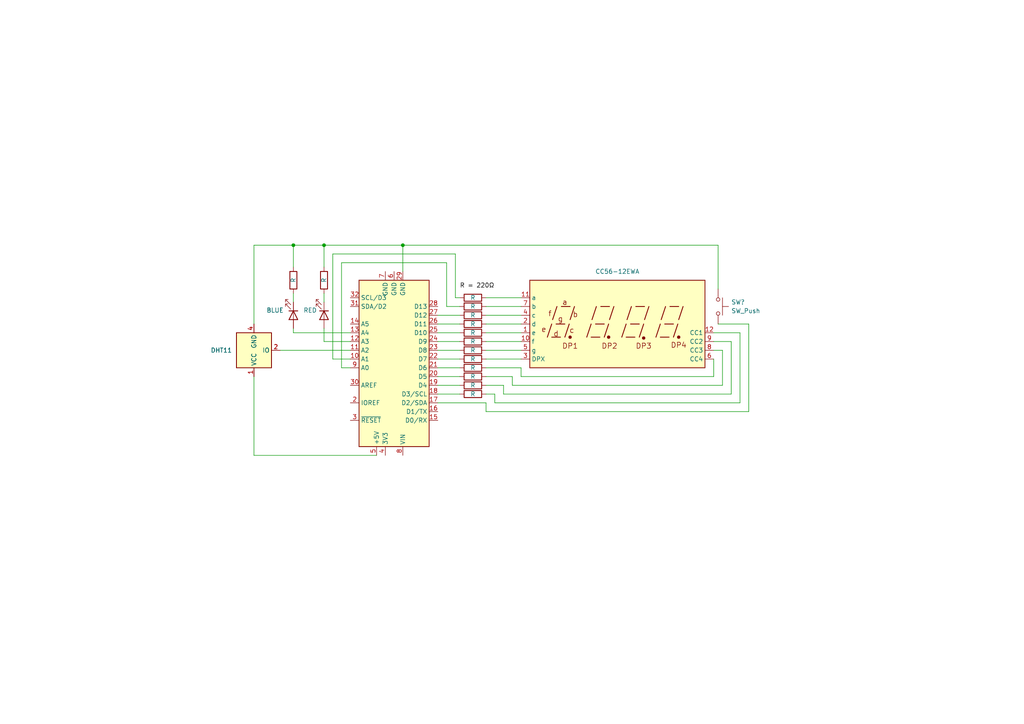
<source format=kicad_sch>
(kicad_sch (version 20211123) (generator eeschema)

  (uuid 63a96ce6-a430-4774-82e1-de571f6507ec)

  (paper "A4")

  (lib_symbols
    (symbol "Device:LED" (pin_numbers hide) (pin_names (offset 1.016) hide) (in_bom yes) (on_board yes)
      (property "Reference" "D" (id 0) (at 0 2.54 0)
        (effects (font (size 1.27 1.27)))
      )
      (property "Value" "LED" (id 1) (at 0 -2.54 0)
        (effects (font (size 1.27 1.27)))
      )
      (property "Footprint" "" (id 2) (at 0 0 0)
        (effects (font (size 1.27 1.27)) hide)
      )
      (property "Datasheet" "~" (id 3) (at 0 0 0)
        (effects (font (size 1.27 1.27)) hide)
      )
      (property "ki_keywords" "LED diode" (id 4) (at 0 0 0)
        (effects (font (size 1.27 1.27)) hide)
      )
      (property "ki_description" "Light emitting diode" (id 5) (at 0 0 0)
        (effects (font (size 1.27 1.27)) hide)
      )
      (property "ki_fp_filters" "LED* LED_SMD:* LED_THT:*" (id 6) (at 0 0 0)
        (effects (font (size 1.27 1.27)) hide)
      )
      (symbol "LED_0_1"
        (polyline
          (pts
            (xy -1.27 -1.27)
            (xy -1.27 1.27)
          )
          (stroke (width 0.254) (type default) (color 0 0 0 0))
          (fill (type none))
        )
        (polyline
          (pts
            (xy -1.27 0)
            (xy 1.27 0)
          )
          (stroke (width 0) (type default) (color 0 0 0 0))
          (fill (type none))
        )
        (polyline
          (pts
            (xy 1.27 -1.27)
            (xy 1.27 1.27)
            (xy -1.27 0)
            (xy 1.27 -1.27)
          )
          (stroke (width 0.254) (type default) (color 0 0 0 0))
          (fill (type none))
        )
        (polyline
          (pts
            (xy -3.048 -0.762)
            (xy -4.572 -2.286)
            (xy -3.81 -2.286)
            (xy -4.572 -2.286)
            (xy -4.572 -1.524)
          )
          (stroke (width 0) (type default) (color 0 0 0 0))
          (fill (type none))
        )
        (polyline
          (pts
            (xy -1.778 -0.762)
            (xy -3.302 -2.286)
            (xy -2.54 -2.286)
            (xy -3.302 -2.286)
            (xy -3.302 -1.524)
          )
          (stroke (width 0) (type default) (color 0 0 0 0))
          (fill (type none))
        )
      )
      (symbol "LED_1_1"
        (pin passive line (at -3.81 0 0) (length 2.54)
          (name "K" (effects (font (size 1.27 1.27))))
          (number "1" (effects (font (size 1.27 1.27))))
        )
        (pin passive line (at 3.81 0 180) (length 2.54)
          (name "A" (effects (font (size 1.27 1.27))))
          (number "2" (effects (font (size 1.27 1.27))))
        )
      )
    )
    (symbol "Device:R" (pin_numbers hide) (pin_names (offset 0)) (in_bom yes) (on_board yes)
      (property "Reference" "R" (id 0) (at 2.032 0 90)
        (effects (font (size 1.27 1.27)))
      )
      (property "Value" "R" (id 1) (at 0 0 90)
        (effects (font (size 1.27 1.27)))
      )
      (property "Footprint" "" (id 2) (at -1.778 0 90)
        (effects (font (size 1.27 1.27)) hide)
      )
      (property "Datasheet" "~" (id 3) (at 0 0 0)
        (effects (font (size 1.27 1.27)) hide)
      )
      (property "ki_keywords" "R res resistor" (id 4) (at 0 0 0)
        (effects (font (size 1.27 1.27)) hide)
      )
      (property "ki_description" "Resistor" (id 5) (at 0 0 0)
        (effects (font (size 1.27 1.27)) hide)
      )
      (property "ki_fp_filters" "R_*" (id 6) (at 0 0 0)
        (effects (font (size 1.27 1.27)) hide)
      )
      (symbol "R_0_1"
        (rectangle (start -1.016 -2.54) (end 1.016 2.54)
          (stroke (width 0.254) (type default) (color 0 0 0 0))
          (fill (type none))
        )
      )
      (symbol "R_1_1"
        (pin passive line (at 0 3.81 270) (length 1.27)
          (name "~" (effects (font (size 1.27 1.27))))
          (number "1" (effects (font (size 1.27 1.27))))
        )
        (pin passive line (at 0 -3.81 90) (length 1.27)
          (name "~" (effects (font (size 1.27 1.27))))
          (number "2" (effects (font (size 1.27 1.27))))
        )
      )
    )
    (symbol "Display_Character:CC56-12EWA" (in_bom yes) (on_board yes)
      (property "Reference" "U" (id 0) (at -24.13 13.97 0)
        (effects (font (size 1.27 1.27)))
      )
      (property "Value" "CC56-12EWA" (id 1) (at 19.05 13.97 0)
        (effects (font (size 1.27 1.27)))
      )
      (property "Footprint" "Display_7Segment:CA56-12EWA" (id 2) (at 0 -15.24 0)
        (effects (font (size 1.27 1.27)) hide)
      )
      (property "Datasheet" "http://www.kingbrightusa.com/images/catalog/SPEC/CA56-12EWA.pdf" (id 3) (at -10.922 0.762 0)
        (effects (font (size 1.27 1.27)) hide)
      )
      (property "ki_keywords" "display LED 7-segment" (id 4) (at 0 0 0)
        (effects (font (size 1.27 1.27)) hide)
      )
      (property "ki_description" "4 digit 7 segment high efficiency red LED, common cathode" (id 5) (at 0 0 0)
        (effects (font (size 1.27 1.27)) hide)
      )
      (property "ki_fp_filters" "*CA56*12EWA*" (id 6) (at 0 0 0)
        (effects (font (size 1.27 1.27)) hide)
      )
      (symbol "CC56-12EWA_0_0"
        (rectangle (start -25.4 12.7) (end 25.4 -12.7)
          (stroke (width 0.254) (type default) (color 0 0 0 0))
          (fill (type background))
        )
        (polyline
          (pts
            (xy -20.32 -3.81)
            (xy -19.05 0)
          )
          (stroke (width 0.254) (type default) (color 0 0 0 0))
          (fill (type none))
        )
        (polyline
          (pts
            (xy -19.05 -3.81)
            (xy -16.51 -3.81)
          )
          (stroke (width 0.254) (type default) (color 0 0 0 0))
          (fill (type none))
        )
        (polyline
          (pts
            (xy -18.796 1.27)
            (xy -17.526 5.08)
          )
          (stroke (width 0.254) (type default) (color 0 0 0 0))
          (fill (type none))
        )
        (polyline
          (pts
            (xy -17.78 0)
            (xy -15.24 0)
          )
          (stroke (width 0.254) (type default) (color 0 0 0 0))
          (fill (type none))
        )
        (polyline
          (pts
            (xy -16.256 5.08)
            (xy -13.716 5.08)
          )
          (stroke (width 0.254) (type default) (color 0 0 0 0))
          (fill (type none))
        )
        (polyline
          (pts
            (xy -15.24 -3.81)
            (xy -13.97 0)
          )
          (stroke (width 0.254) (type default) (color 0 0 0 0))
          (fill (type none))
        )
        (polyline
          (pts
            (xy -13.716 1.27)
            (xy -12.446 5.08)
          )
          (stroke (width 0.254) (type default) (color 0 0 0 0))
          (fill (type none))
        )
        (polyline
          (pts
            (xy -8.89 -3.81)
            (xy -7.62 0)
          )
          (stroke (width 0.254) (type default) (color 0 0 0 0))
          (fill (type none))
        )
        (polyline
          (pts
            (xy -7.62 -3.81)
            (xy -5.08 -3.81)
          )
          (stroke (width 0.254) (type default) (color 0 0 0 0))
          (fill (type none))
        )
        (polyline
          (pts
            (xy -7.366 1.27)
            (xy -6.096 5.08)
          )
          (stroke (width 0.254) (type default) (color 0 0 0 0))
          (fill (type none))
        )
        (polyline
          (pts
            (xy -6.35 0)
            (xy -3.81 0)
          )
          (stroke (width 0.254) (type default) (color 0 0 0 0))
          (fill (type none))
        )
        (polyline
          (pts
            (xy -4.826 5.08)
            (xy -2.286 5.08)
          )
          (stroke (width 0.254) (type default) (color 0 0 0 0))
          (fill (type none))
        )
        (polyline
          (pts
            (xy -3.81 -3.81)
            (xy -2.54 0)
          )
          (stroke (width 0.254) (type default) (color 0 0 0 0))
          (fill (type none))
        )
        (polyline
          (pts
            (xy -2.286 1.27)
            (xy -1.016 5.08)
          )
          (stroke (width 0.254) (type default) (color 0 0 0 0))
          (fill (type none))
        )
        (polyline
          (pts
            (xy 1.27 -3.81)
            (xy 2.54 0)
          )
          (stroke (width 0.254) (type default) (color 0 0 0 0))
          (fill (type none))
        )
        (polyline
          (pts
            (xy 2.54 -3.81)
            (xy 5.08 -3.81)
          )
          (stroke (width 0.254) (type default) (color 0 0 0 0))
          (fill (type none))
        )
        (polyline
          (pts
            (xy 2.794 1.27)
            (xy 4.064 5.08)
          )
          (stroke (width 0.254) (type default) (color 0 0 0 0))
          (fill (type none))
        )
        (polyline
          (pts
            (xy 3.81 0)
            (xy 6.35 0)
          )
          (stroke (width 0.254) (type default) (color 0 0 0 0))
          (fill (type none))
        )
        (polyline
          (pts
            (xy 5.334 5.08)
            (xy 7.874 5.08)
          )
          (stroke (width 0.254) (type default) (color 0 0 0 0))
          (fill (type none))
        )
        (polyline
          (pts
            (xy 6.35 -3.81)
            (xy 7.62 0)
          )
          (stroke (width 0.254) (type default) (color 0 0 0 0))
          (fill (type none))
        )
        (polyline
          (pts
            (xy 7.874 1.27)
            (xy 9.144 5.08)
          )
          (stroke (width 0.254) (type default) (color 0 0 0 0))
          (fill (type none))
        )
        (polyline
          (pts
            (xy 11.176 -3.81)
            (xy 12.446 0)
          )
          (stroke (width 0.254) (type default) (color 0 0 0 0))
          (fill (type none))
        )
        (polyline
          (pts
            (xy 12.446 -3.81)
            (xy 14.986 -3.81)
          )
          (stroke (width 0.254) (type default) (color 0 0 0 0))
          (fill (type none))
        )
        (polyline
          (pts
            (xy 12.7 1.27)
            (xy 13.97 5.08)
          )
          (stroke (width 0.254) (type default) (color 0 0 0 0))
          (fill (type none))
        )
        (polyline
          (pts
            (xy 13.716 0)
            (xy 16.256 0)
          )
          (stroke (width 0.254) (type default) (color 0 0 0 0))
          (fill (type none))
        )
        (polyline
          (pts
            (xy 15.24 5.08)
            (xy 17.78 5.08)
          )
          (stroke (width 0.254) (type default) (color 0 0 0 0))
          (fill (type none))
        )
        (polyline
          (pts
            (xy 16.256 -3.81)
            (xy 17.526 0)
          )
          (stroke (width 0.254) (type default) (color 0 0 0 0))
          (fill (type none))
        )
        (polyline
          (pts
            (xy 17.78 1.27)
            (xy 19.05 5.08)
          )
          (stroke (width 0.254) (type default) (color 0 0 0 0))
          (fill (type none))
        )
        (text "a" (at -15.24 6.35 0)
          (effects (font (size 1.524 1.524)))
        )
        (text "b" (at -12.192 2.794 0)
          (effects (font (size 1.524 1.524)))
        )
        (text "c" (at -13.208 -1.778 0)
          (effects (font (size 1.524 1.524)))
        )
        (text "d" (at -17.78 -2.794 0)
          (effects (font (size 1.524 1.524)))
        )
        (text "DP1" (at -13.716 -6.35 0)
          (effects (font (size 1.524 1.524)))
        )
        (text "DP2" (at -2.286 -6.35 0)
          (effects (font (size 1.524 1.524)))
        )
        (text "DP3" (at 7.62 -6.35 0)
          (effects (font (size 1.524 1.524)))
        )
        (text "DP4" (at 17.78 -6.096 0)
          (effects (font (size 1.524 1.524)))
        )
        (text "e" (at -21.336 -1.524 0)
          (effects (font (size 1.524 1.524)))
        )
        (text "f" (at -19.558 3.048 0)
          (effects (font (size 1.524 1.524)))
        )
        (text "g" (at -16.51 1.524 0)
          (effects (font (size 1.524 1.524)))
        )
      )
      (symbol "CC56-12EWA_0_1"
        (circle (center -13.716 -3.81) (radius 0.3556)
          (stroke (width 0.254) (type default) (color 0 0 0 0))
          (fill (type outline))
        )
        (circle (center -2.54 -3.81) (radius 0.3556)
          (stroke (width 0.254) (type default) (color 0 0 0 0))
          (fill (type outline))
        )
      )
      (symbol "CC56-12EWA_1_0"
        (circle (center 7.62 -4.064) (radius 0.3556)
          (stroke (width 0.254) (type default) (color 0 0 0 0))
          (fill (type outline))
        )
        (circle (center 17.78 -3.81) (radius 0.3556)
          (stroke (width 0.254) (type default) (color 0 0 0 0))
          (fill (type outline))
        )
      )
      (symbol "CC56-12EWA_1_1"
        (pin input line (at -27.94 -2.54 0) (length 2.54)
          (name "e" (effects (font (size 1.27 1.27))))
          (number "1" (effects (font (size 1.27 1.27))))
        )
        (pin input line (at -27.94 -5.08 0) (length 2.54)
          (name "f" (effects (font (size 1.27 1.27))))
          (number "10" (effects (font (size 1.27 1.27))))
        )
        (pin input line (at -27.94 7.62 0) (length 2.54)
          (name "a" (effects (font (size 1.27 1.27))))
          (number "11" (effects (font (size 1.27 1.27))))
        )
        (pin input line (at 27.94 -2.54 180) (length 2.54)
          (name "CC1" (effects (font (size 1.27 1.27))))
          (number "12" (effects (font (size 1.27 1.27))))
        )
        (pin input line (at -27.94 0 0) (length 2.54)
          (name "d" (effects (font (size 1.27 1.27))))
          (number "2" (effects (font (size 1.27 1.27))))
        )
        (pin input line (at -27.94 -10.16 0) (length 2.54)
          (name "DPX" (effects (font (size 1.27 1.27))))
          (number "3" (effects (font (size 1.27 1.27))))
        )
        (pin input line (at -27.94 2.54 0) (length 2.54)
          (name "c" (effects (font (size 1.27 1.27))))
          (number "4" (effects (font (size 1.27 1.27))))
        )
        (pin input line (at -27.94 -7.62 0) (length 2.54)
          (name "g" (effects (font (size 1.27 1.27))))
          (number "5" (effects (font (size 1.27 1.27))))
        )
        (pin input line (at 27.94 -10.16 180) (length 2.54)
          (name "CC4" (effects (font (size 1.27 1.27))))
          (number "6" (effects (font (size 1.27 1.27))))
        )
        (pin input line (at -27.94 5.08 0) (length 2.54)
          (name "b" (effects (font (size 1.27 1.27))))
          (number "7" (effects (font (size 1.27 1.27))))
        )
        (pin input line (at 27.94 -7.62 180) (length 2.54)
          (name "CC3" (effects (font (size 1.27 1.27))))
          (number "8" (effects (font (size 1.27 1.27))))
        )
        (pin input line (at 27.94 -5.08 180) (length 2.54)
          (name "CC2" (effects (font (size 1.27 1.27))))
          (number "9" (effects (font (size 1.27 1.27))))
        )
      )
    )
    (symbol "MCU_Module:Arduino_Leonardo" (in_bom yes) (on_board yes)
      (property "Reference" "A" (id 0) (at -10.16 23.495 0)
        (effects (font (size 1.27 1.27)) (justify left bottom))
      )
      (property "Value" "Arduino_Leonardo" (id 1) (at 5.08 -26.67 0)
        (effects (font (size 1.27 1.27)) (justify left top))
      )
      (property "Footprint" "Module:Arduino_UNO_R3" (id 2) (at 0 0 0)
        (effects (font (size 1.27 1.27) italic) hide)
      )
      (property "Datasheet" "https://www.arduino.cc/en/Main/ArduinoBoardLeonardo" (id 3) (at 0 0 0)
        (effects (font (size 1.27 1.27)) hide)
      )
      (property "ki_keywords" "Arduino LEONARDO Microcontroller Module Atmel AVR USB" (id 4) (at 0 0 0)
        (effects (font (size 1.27 1.27)) hide)
      )
      (property "ki_description" "Arduino LEONARDO Microcontroller Module" (id 5) (at 0 0 0)
        (effects (font (size 1.27 1.27)) hide)
      )
      (property "ki_fp_filters" "Arduino*UNO*R3*" (id 6) (at 0 0 0)
        (effects (font (size 1.27 1.27)) hide)
      )
      (symbol "Arduino_Leonardo_0_1"
        (rectangle (start -10.16 22.86) (end 10.16 -25.4)
          (stroke (width 0.254) (type default) (color 0 0 0 0))
          (fill (type background))
        )
      )
      (symbol "Arduino_Leonardo_1_1"
        (pin no_connect line (at -10.16 -20.32 0) (length 2.54) hide
          (name "NC" (effects (font (size 1.27 1.27))))
          (number "1" (effects (font (size 1.27 1.27))))
        )
        (pin bidirectional line (at 12.7 -2.54 180) (length 2.54)
          (name "A1" (effects (font (size 1.27 1.27))))
          (number "10" (effects (font (size 1.27 1.27))))
        )
        (pin bidirectional line (at 12.7 -5.08 180) (length 2.54)
          (name "A2" (effects (font (size 1.27 1.27))))
          (number "11" (effects (font (size 1.27 1.27))))
        )
        (pin bidirectional line (at 12.7 -7.62 180) (length 2.54)
          (name "A3" (effects (font (size 1.27 1.27))))
          (number "12" (effects (font (size 1.27 1.27))))
        )
        (pin bidirectional line (at 12.7 -10.16 180) (length 2.54)
          (name "A4" (effects (font (size 1.27 1.27))))
          (number "13" (effects (font (size 1.27 1.27))))
        )
        (pin bidirectional line (at 12.7 -12.7 180) (length 2.54)
          (name "A5" (effects (font (size 1.27 1.27))))
          (number "14" (effects (font (size 1.27 1.27))))
        )
        (pin bidirectional line (at -12.7 15.24 0) (length 2.54)
          (name "D0/RX" (effects (font (size 1.27 1.27))))
          (number "15" (effects (font (size 1.27 1.27))))
        )
        (pin bidirectional line (at -12.7 12.7 0) (length 2.54)
          (name "D1/TX" (effects (font (size 1.27 1.27))))
          (number "16" (effects (font (size 1.27 1.27))))
        )
        (pin bidirectional line (at -12.7 10.16 0) (length 2.54)
          (name "D2/SDA" (effects (font (size 1.27 1.27))))
          (number "17" (effects (font (size 1.27 1.27))))
        )
        (pin bidirectional line (at -12.7 7.62 0) (length 2.54)
          (name "D3/SCL" (effects (font (size 1.27 1.27))))
          (number "18" (effects (font (size 1.27 1.27))))
        )
        (pin bidirectional line (at -12.7 5.08 0) (length 2.54)
          (name "D4" (effects (font (size 1.27 1.27))))
          (number "19" (effects (font (size 1.27 1.27))))
        )
        (pin output line (at 12.7 10.16 180) (length 2.54)
          (name "IOREF" (effects (font (size 1.27 1.27))))
          (number "2" (effects (font (size 1.27 1.27))))
        )
        (pin bidirectional line (at -12.7 2.54 0) (length 2.54)
          (name "D5" (effects (font (size 1.27 1.27))))
          (number "20" (effects (font (size 1.27 1.27))))
        )
        (pin bidirectional line (at -12.7 0 0) (length 2.54)
          (name "D6" (effects (font (size 1.27 1.27))))
          (number "21" (effects (font (size 1.27 1.27))))
        )
        (pin bidirectional line (at -12.7 -2.54 0) (length 2.54)
          (name "D7" (effects (font (size 1.27 1.27))))
          (number "22" (effects (font (size 1.27 1.27))))
        )
        (pin bidirectional line (at -12.7 -5.08 0) (length 2.54)
          (name "D8" (effects (font (size 1.27 1.27))))
          (number "23" (effects (font (size 1.27 1.27))))
        )
        (pin bidirectional line (at -12.7 -7.62 0) (length 2.54)
          (name "D9" (effects (font (size 1.27 1.27))))
          (number "24" (effects (font (size 1.27 1.27))))
        )
        (pin bidirectional line (at -12.7 -10.16 0) (length 2.54)
          (name "D10" (effects (font (size 1.27 1.27))))
          (number "25" (effects (font (size 1.27 1.27))))
        )
        (pin bidirectional line (at -12.7 -12.7 0) (length 2.54)
          (name "D11" (effects (font (size 1.27 1.27))))
          (number "26" (effects (font (size 1.27 1.27))))
        )
        (pin bidirectional line (at -12.7 -15.24 0) (length 2.54)
          (name "D12" (effects (font (size 1.27 1.27))))
          (number "27" (effects (font (size 1.27 1.27))))
        )
        (pin bidirectional line (at -12.7 -17.78 0) (length 2.54)
          (name "D13" (effects (font (size 1.27 1.27))))
          (number "28" (effects (font (size 1.27 1.27))))
        )
        (pin power_in line (at -2.54 -27.94 90) (length 2.54)
          (name "GND" (effects (font (size 1.27 1.27))))
          (number "29" (effects (font (size 1.27 1.27))))
        )
        (pin input line (at 12.7 15.24 180) (length 2.54)
          (name "~{RESET}" (effects (font (size 1.27 1.27))))
          (number "3" (effects (font (size 1.27 1.27))))
        )
        (pin input line (at 12.7 5.08 180) (length 2.54)
          (name "AREF" (effects (font (size 1.27 1.27))))
          (number "30" (effects (font (size 1.27 1.27))))
        )
        (pin bidirectional line (at 12.7 -17.78 180) (length 2.54)
          (name "SDA/D2" (effects (font (size 1.27 1.27))))
          (number "31" (effects (font (size 1.27 1.27))))
        )
        (pin bidirectional line (at 12.7 -20.32 180) (length 2.54)
          (name "SCL/D3" (effects (font (size 1.27 1.27))))
          (number "32" (effects (font (size 1.27 1.27))))
        )
        (pin power_out line (at 2.54 25.4 270) (length 2.54)
          (name "3V3" (effects (font (size 1.27 1.27))))
          (number "4" (effects (font (size 1.27 1.27))))
        )
        (pin power_out line (at 5.08 25.4 270) (length 2.54)
          (name "+5V" (effects (font (size 1.27 1.27))))
          (number "5" (effects (font (size 1.27 1.27))))
        )
        (pin power_in line (at 0 -27.94 90) (length 2.54)
          (name "GND" (effects (font (size 1.27 1.27))))
          (number "6" (effects (font (size 1.27 1.27))))
        )
        (pin power_in line (at 2.54 -27.94 90) (length 2.54)
          (name "GND" (effects (font (size 1.27 1.27))))
          (number "7" (effects (font (size 1.27 1.27))))
        )
        (pin power_in line (at -2.54 25.4 270) (length 2.54)
          (name "VIN" (effects (font (size 1.27 1.27))))
          (number "8" (effects (font (size 1.27 1.27))))
        )
        (pin bidirectional line (at 12.7 0 180) (length 2.54)
          (name "A0" (effects (font (size 1.27 1.27))))
          (number "9" (effects (font (size 1.27 1.27))))
        )
      )
    )
    (symbol "Sensor:DHT11" (in_bom yes) (on_board yes)
      (property "Reference" "U" (id 0) (at -3.81 6.35 0)
        (effects (font (size 1.27 1.27)))
      )
      (property "Value" "DHT11" (id 1) (at 3.81 6.35 0)
        (effects (font (size 1.27 1.27)))
      )
      (property "Footprint" "Sensor:Aosong_DHT11_5.5x12.0_P2.54mm" (id 2) (at 0 -10.16 0)
        (effects (font (size 1.27 1.27)) hide)
      )
      (property "Datasheet" "http://akizukidenshi.com/download/ds/aosong/DHT11.pdf" (id 3) (at 3.81 6.35 0)
        (effects (font (size 1.27 1.27)) hide)
      )
      (property "ki_keywords" "Digital temperature humidity sensor" (id 4) (at 0 0 0)
        (effects (font (size 1.27 1.27)) hide)
      )
      (property "ki_description" "Temperature and humidity module" (id 5) (at 0 0 0)
        (effects (font (size 1.27 1.27)) hide)
      )
      (property "ki_fp_filters" "Aosong*DHT11*5.5x12.0*P2.54mm*" (id 6) (at 0 0 0)
        (effects (font (size 1.27 1.27)) hide)
      )
      (symbol "DHT11_0_1"
        (rectangle (start -5.08 5.08) (end 5.08 -5.08)
          (stroke (width 0.254) (type default) (color 0 0 0 0))
          (fill (type background))
        )
      )
      (symbol "DHT11_1_1"
        (pin power_in line (at 0 7.62 270) (length 2.54)
          (name "VCC" (effects (font (size 1.27 1.27))))
          (number "1" (effects (font (size 1.27 1.27))))
        )
        (pin bidirectional line (at 7.62 0 180) (length 2.54)
          (name "IO" (effects (font (size 1.27 1.27))))
          (number "2" (effects (font (size 1.27 1.27))))
        )
        (pin no_connect line (at -5.08 0 0) (length 2.54) hide
          (name "NC" (effects (font (size 1.27 1.27))))
          (number "3" (effects (font (size 1.27 1.27))))
        )
        (pin power_in line (at 0 -7.62 90) (length 2.54)
          (name "GND" (effects (font (size 1.27 1.27))))
          (number "4" (effects (font (size 1.27 1.27))))
        )
      )
    )
    (symbol "Switch:SW_Push" (pin_numbers hide) (pin_names (offset 1.016) hide) (in_bom yes) (on_board yes)
      (property "Reference" "SW" (id 0) (at 1.27 2.54 0)
        (effects (font (size 1.27 1.27)) (justify left))
      )
      (property "Value" "SW_Push" (id 1) (at 0 -1.524 0)
        (effects (font (size 1.27 1.27)))
      )
      (property "Footprint" "" (id 2) (at 0 5.08 0)
        (effects (font (size 1.27 1.27)) hide)
      )
      (property "Datasheet" "~" (id 3) (at 0 5.08 0)
        (effects (font (size 1.27 1.27)) hide)
      )
      (property "ki_keywords" "switch normally-open pushbutton push-button" (id 4) (at 0 0 0)
        (effects (font (size 1.27 1.27)) hide)
      )
      (property "ki_description" "Push button switch, generic, two pins" (id 5) (at 0 0 0)
        (effects (font (size 1.27 1.27)) hide)
      )
      (symbol "SW_Push_0_1"
        (circle (center -2.032 0) (radius 0.508)
          (stroke (width 0) (type default) (color 0 0 0 0))
          (fill (type none))
        )
        (polyline
          (pts
            (xy 0 1.27)
            (xy 0 3.048)
          )
          (stroke (width 0) (type default) (color 0 0 0 0))
          (fill (type none))
        )
        (polyline
          (pts
            (xy 2.54 1.27)
            (xy -2.54 1.27)
          )
          (stroke (width 0) (type default) (color 0 0 0 0))
          (fill (type none))
        )
        (circle (center 2.032 0) (radius 0.508)
          (stroke (width 0) (type default) (color 0 0 0 0))
          (fill (type none))
        )
        (pin passive line (at -5.08 0 0) (length 2.54)
          (name "1" (effects (font (size 1.27 1.27))))
          (number "1" (effects (font (size 1.27 1.27))))
        )
        (pin passive line (at 5.08 0 180) (length 2.54)
          (name "2" (effects (font (size 1.27 1.27))))
          (number "2" (effects (font (size 1.27 1.27))))
        )
      )
    )
  )

  (junction (at 93.98 71.12) (diameter 0) (color 0 0 0 0)
    (uuid 35971c52-e073-466c-91ea-8291306eb889)
  )
  (junction (at 116.84 71.12) (diameter 0) (color 0 0 0 0)
    (uuid c0147e02-6331-4216-8701-65f87a12b7e4)
  )
  (junction (at 85.09 71.12) (diameter 0) (color 0 0 0 0)
    (uuid c5730d95-1719-427b-a6cd-3897be89b65b)
  )

  (wire (pts (xy 101.6 96.52) (xy 85.09 96.52))
    (stroke (width 0) (type default) (color 0 0 0 0))
    (uuid 03473665-29c2-42a8-99ac-0c14b07f478e)
  )
  (wire (pts (xy 140.97 116.84) (xy 127 116.84))
    (stroke (width 0) (type default) (color 0 0 0 0))
    (uuid 09169181-5d48-40c9-bd8a-7ad58e3677ea)
  )
  (wire (pts (xy 140.97 99.06) (xy 151.13 99.06))
    (stroke (width 0) (type default) (color 0 0 0 0))
    (uuid 1310d934-ba6e-49a3-a886-cb74e9e2359e)
  )
  (wire (pts (xy 93.98 85.09) (xy 93.98 87.63))
    (stroke (width 0) (type default) (color 0 0 0 0))
    (uuid 16341bd2-e1f4-49b8-ba45-83981915c47f)
  )
  (wire (pts (xy 99.06 76.2) (xy 129.54 76.2))
    (stroke (width 0) (type default) (color 0 0 0 0))
    (uuid 1a77d912-282f-462d-83c8-665f152888c1)
  )
  (wire (pts (xy 140.97 101.6) (xy 151.13 101.6))
    (stroke (width 0) (type default) (color 0 0 0 0))
    (uuid 1c14fef7-a1b6-40d0-be91-851b37c01dab)
  )
  (wire (pts (xy 217.17 119.38) (xy 140.97 119.38))
    (stroke (width 0) (type default) (color 0 0 0 0))
    (uuid 1ccb305c-f138-44fc-b04f-9ff0deca13ef)
  )
  (wire (pts (xy 208.28 93.98) (xy 217.17 93.98))
    (stroke (width 0) (type default) (color 0 0 0 0))
    (uuid 1f7ad103-3c87-41bc-a901-fd399f3ccd19)
  )
  (wire (pts (xy 127 99.06) (xy 133.35 99.06))
    (stroke (width 0) (type default) (color 0 0 0 0))
    (uuid 29484ad2-9245-4a66-8cf8-1811bc2c1aad)
  )
  (wire (pts (xy 101.6 99.06) (xy 93.98 99.06))
    (stroke (width 0) (type default) (color 0 0 0 0))
    (uuid 2d5c297e-821a-4254-b4be-6cd0e94ecffe)
  )
  (wire (pts (xy 207.01 99.06) (xy 212.09 99.06))
    (stroke (width 0) (type default) (color 0 0 0 0))
    (uuid 37c934c1-b327-472d-a792-76f6b1cd1044)
  )
  (wire (pts (xy 85.09 96.52) (xy 85.09 95.25))
    (stroke (width 0) (type default) (color 0 0 0 0))
    (uuid 3b0ff430-2131-493f-ae7f-7d502c2f230f)
  )
  (wire (pts (xy 143.51 114.3) (xy 143.51 116.84))
    (stroke (width 0) (type default) (color 0 0 0 0))
    (uuid 3b137a19-24ee-47cd-b250-9c127dca7f95)
  )
  (wire (pts (xy 85.09 71.12) (xy 93.98 71.12))
    (stroke (width 0) (type default) (color 0 0 0 0))
    (uuid 3f19d727-8b68-4ae0-afb3-e2e61a85a6a9)
  )
  (wire (pts (xy 207.01 104.14) (xy 207.01 109.22))
    (stroke (width 0) (type default) (color 0 0 0 0))
    (uuid 41a6bf76-70a2-4936-bee1-1a961925d32f)
  )
  (wire (pts (xy 140.97 91.44) (xy 151.13 91.44))
    (stroke (width 0) (type default) (color 0 0 0 0))
    (uuid 45d8e23b-b5a6-4ccb-b69f-d669f552bc4e)
  )
  (wire (pts (xy 207.01 101.6) (xy 209.55 101.6))
    (stroke (width 0) (type default) (color 0 0 0 0))
    (uuid 45fba39d-789e-49b6-a199-6f618ee4a948)
  )
  (wire (pts (xy 116.84 71.12) (xy 208.28 71.12))
    (stroke (width 0) (type default) (color 0 0 0 0))
    (uuid 524d8478-2269-43aa-a8d0-87d9d506fa9b)
  )
  (wire (pts (xy 217.17 93.98) (xy 217.17 119.38))
    (stroke (width 0) (type default) (color 0 0 0 0))
    (uuid 54fb1167-5b3a-4a00-b0f5-e3c0d3cd7250)
  )
  (wire (pts (xy 93.98 99.06) (xy 93.98 95.25))
    (stroke (width 0) (type default) (color 0 0 0 0))
    (uuid 5668cfa8-d845-4a85-889f-ad5f4b7743c6)
  )
  (wire (pts (xy 140.97 104.14) (xy 151.13 104.14))
    (stroke (width 0) (type default) (color 0 0 0 0))
    (uuid 56d864e6-7cb1-486c-bbe8-98b76d3fb020)
  )
  (wire (pts (xy 127 93.98) (xy 133.35 93.98))
    (stroke (width 0) (type default) (color 0 0 0 0))
    (uuid 573a02f3-9348-4585-9d20-8dbc06392532)
  )
  (wire (pts (xy 129.54 88.9) (xy 133.35 88.9))
    (stroke (width 0) (type default) (color 0 0 0 0))
    (uuid 5a636924-ae4d-41eb-9e90-afc2d4fa88e8)
  )
  (wire (pts (xy 116.84 71.12) (xy 116.84 78.74))
    (stroke (width 0) (type default) (color 0 0 0 0))
    (uuid 5d08de65-f220-4826-882a-8a6ec69ee613)
  )
  (wire (pts (xy 96.52 73.66) (xy 96.52 104.14))
    (stroke (width 0) (type default) (color 0 0 0 0))
    (uuid 5d2b596a-0689-4fc3-b7c7-de709d7dfd85)
  )
  (wire (pts (xy 140.97 96.52) (xy 151.13 96.52))
    (stroke (width 0) (type default) (color 0 0 0 0))
    (uuid 6d228242-56bd-4232-9485-8356cfe5b507)
  )
  (wire (pts (xy 127 96.52) (xy 133.35 96.52))
    (stroke (width 0) (type default) (color 0 0 0 0))
    (uuid 725a3a02-5c61-4905-9319-7f3958931fa0)
  )
  (wire (pts (xy 140.97 106.68) (xy 151.13 106.68))
    (stroke (width 0) (type default) (color 0 0 0 0))
    (uuid 75bc3600-b578-4342-8894-d995cd11e0d7)
  )
  (wire (pts (xy 127 109.22) (xy 133.35 109.22))
    (stroke (width 0) (type default) (color 0 0 0 0))
    (uuid 7cc96ad2-e6be-4a65-b71d-89104df04677)
  )
  (wire (pts (xy 132.08 86.36) (xy 132.08 73.66))
    (stroke (width 0) (type default) (color 0 0 0 0))
    (uuid 7eddb884-8887-4df6-88d4-75e6a1edc9c0)
  )
  (wire (pts (xy 151.13 106.68) (xy 151.13 109.22))
    (stroke (width 0) (type default) (color 0 0 0 0))
    (uuid 804a1d52-c3cb-4679-a9da-91105a7125c8)
  )
  (wire (pts (xy 73.66 71.12) (xy 73.66 93.98))
    (stroke (width 0) (type default) (color 0 0 0 0))
    (uuid 8284c036-3641-4049-8dae-4171dba41d3c)
  )
  (wire (pts (xy 140.97 86.36) (xy 151.13 86.36))
    (stroke (width 0) (type default) (color 0 0 0 0))
    (uuid 82c1d362-113d-4333-ab57-c17d7e7298b3)
  )
  (wire (pts (xy 146.05 111.76) (xy 146.05 114.3))
    (stroke (width 0) (type default) (color 0 0 0 0))
    (uuid 85855d7a-849a-46cb-81de-89244368716c)
  )
  (wire (pts (xy 140.97 109.22) (xy 148.59 109.22))
    (stroke (width 0) (type default) (color 0 0 0 0))
    (uuid 859280fd-55b6-4995-b310-ed45e3ed1aa0)
  )
  (wire (pts (xy 140.97 114.3) (xy 143.51 114.3))
    (stroke (width 0) (type default) (color 0 0 0 0))
    (uuid 8dc7c220-ea50-42ad-b899-b6a1030f0e69)
  )
  (wire (pts (xy 133.35 86.36) (xy 132.08 86.36))
    (stroke (width 0) (type default) (color 0 0 0 0))
    (uuid 8f316ade-a956-4f06-b8b4-ff4953f47ba5)
  )
  (wire (pts (xy 208.28 83.82) (xy 208.28 71.12))
    (stroke (width 0) (type default) (color 0 0 0 0))
    (uuid 911f93c7-0487-47ed-8a22-00ad11987924)
  )
  (wire (pts (xy 93.98 71.12) (xy 93.98 77.47))
    (stroke (width 0) (type default) (color 0 0 0 0))
    (uuid 954314a6-3524-4c2e-a916-dcc4ecd84bc8)
  )
  (wire (pts (xy 127 111.76) (xy 133.35 111.76))
    (stroke (width 0) (type default) (color 0 0 0 0))
    (uuid 96aa6dd3-ac87-4461-b4e6-d7291d5f0324)
  )
  (wire (pts (xy 99.06 76.2) (xy 99.06 106.68))
    (stroke (width 0) (type default) (color 0 0 0 0))
    (uuid 9907a234-ff4f-4865-bc12-468eef16adb4)
  )
  (wire (pts (xy 140.97 119.38) (xy 140.97 116.84))
    (stroke (width 0) (type default) (color 0 0 0 0))
    (uuid 99e8ab77-9e1a-4eeb-bd68-0caa97c092fa)
  )
  (wire (pts (xy 96.52 104.14) (xy 101.6 104.14))
    (stroke (width 0) (type default) (color 0 0 0 0))
    (uuid 9abe0012-ac6c-47f7-a39e-0a91514e578f)
  )
  (wire (pts (xy 73.66 132.08) (xy 73.66 109.22))
    (stroke (width 0) (type default) (color 0 0 0 0))
    (uuid 9f3c094b-9d9d-4c3e-84c9-3703f449eeb4)
  )
  (wire (pts (xy 127 91.44) (xy 133.35 91.44))
    (stroke (width 0) (type default) (color 0 0 0 0))
    (uuid a3b4254c-3fd3-439c-8f09-a22d1a896a34)
  )
  (wire (pts (xy 109.22 132.08) (xy 73.66 132.08))
    (stroke (width 0) (type default) (color 0 0 0 0))
    (uuid a3d1b28a-848e-4058-92f0-4a62cc42fc94)
  )
  (wire (pts (xy 93.98 71.12) (xy 116.84 71.12))
    (stroke (width 0) (type default) (color 0 0 0 0))
    (uuid a9d57ee6-cc5d-4fd2-8bd9-5ccb9f47003f)
  )
  (wire (pts (xy 127 106.68) (xy 133.35 106.68))
    (stroke (width 0) (type default) (color 0 0 0 0))
    (uuid af900592-260a-4498-b2b4-782c762bf5c1)
  )
  (wire (pts (xy 214.63 96.52) (xy 214.63 116.84))
    (stroke (width 0) (type default) (color 0 0 0 0))
    (uuid b0d0785a-559e-4f4f-a788-4540937c5fba)
  )
  (wire (pts (xy 127 114.3) (xy 133.35 114.3))
    (stroke (width 0) (type default) (color 0 0 0 0))
    (uuid b1a105d7-3993-447c-a289-28e01d0c87d6)
  )
  (wire (pts (xy 209.55 101.6) (xy 209.55 111.76))
    (stroke (width 0) (type default) (color 0 0 0 0))
    (uuid ba0ed7df-9880-4865-87e9-844a1159868f)
  )
  (wire (pts (xy 143.51 116.84) (xy 214.63 116.84))
    (stroke (width 0) (type default) (color 0 0 0 0))
    (uuid bdd97da3-9eb4-4e61-950b-d702fce6af6f)
  )
  (wire (pts (xy 81.28 101.6) (xy 101.6 101.6))
    (stroke (width 0) (type default) (color 0 0 0 0))
    (uuid c1d70e9f-e29f-425b-86e3-995152d758d1)
  )
  (wire (pts (xy 207.01 96.52) (xy 214.63 96.52))
    (stroke (width 0) (type default) (color 0 0 0 0))
    (uuid c30faf1b-ac25-4bfb-bfb5-3f55bdd0d4ed)
  )
  (wire (pts (xy 99.06 106.68) (xy 101.6 106.68))
    (stroke (width 0) (type default) (color 0 0 0 0))
    (uuid c886fc18-dcd3-4406-83f0-eb56b58eb1b1)
  )
  (wire (pts (xy 140.97 111.76) (xy 146.05 111.76))
    (stroke (width 0) (type default) (color 0 0 0 0))
    (uuid c92e7156-9cb1-4de0-b9c9-694310d0a4ae)
  )
  (wire (pts (xy 212.09 99.06) (xy 212.09 114.3))
    (stroke (width 0) (type default) (color 0 0 0 0))
    (uuid d2a8db64-2dd8-4439-8244-df7452ab86f2)
  )
  (wire (pts (xy 151.13 109.22) (xy 207.01 109.22))
    (stroke (width 0) (type default) (color 0 0 0 0))
    (uuid d6a9472e-f656-41c9-98e7-c6105f90297b)
  )
  (wire (pts (xy 127 101.6) (xy 133.35 101.6))
    (stroke (width 0) (type default) (color 0 0 0 0))
    (uuid dcab8c59-9199-4a4b-8ad1-ae4fd52ff09e)
  )
  (wire (pts (xy 140.97 88.9) (xy 151.13 88.9))
    (stroke (width 0) (type default) (color 0 0 0 0))
    (uuid dd25c339-adae-4fa3-9b11-9fc5f6e71e1d)
  )
  (wire (pts (xy 148.59 111.76) (xy 209.55 111.76))
    (stroke (width 0) (type default) (color 0 0 0 0))
    (uuid e615c3eb-7203-4602-845e-7aaa07caee94)
  )
  (wire (pts (xy 146.05 114.3) (xy 212.09 114.3))
    (stroke (width 0) (type default) (color 0 0 0 0))
    (uuid e6943d5d-c1e8-4a7c-88f9-474176060422)
  )
  (wire (pts (xy 85.09 71.12) (xy 85.09 77.47))
    (stroke (width 0) (type default) (color 0 0 0 0))
    (uuid e8b2540f-76de-43b9-b93d-7c8c7d6f2a24)
  )
  (wire (pts (xy 148.59 109.22) (xy 148.59 111.76))
    (stroke (width 0) (type default) (color 0 0 0 0))
    (uuid e9d00a54-a13f-4fdc-8539-224b06cce6e7)
  )
  (wire (pts (xy 85.09 85.09) (xy 85.09 87.63))
    (stroke (width 0) (type default) (color 0 0 0 0))
    (uuid eb415bb7-d2cd-4061-8cee-5a0637d36b1e)
  )
  (wire (pts (xy 129.54 76.2) (xy 129.54 88.9))
    (stroke (width 0) (type default) (color 0 0 0 0))
    (uuid f41b3c36-4b05-4fa4-a06b-fce0e2ea6820)
  )
  (wire (pts (xy 127 104.14) (xy 133.35 104.14))
    (stroke (width 0) (type default) (color 0 0 0 0))
    (uuid f722e7d6-f6d5-45e9-8d43-7f23eaf1a8fd)
  )
  (wire (pts (xy 73.66 71.12) (xy 85.09 71.12))
    (stroke (width 0) (type default) (color 0 0 0 0))
    (uuid f90480ca-4824-4ed6-825b-bc74b8c738a9)
  )
  (wire (pts (xy 140.97 93.98) (xy 151.13 93.98))
    (stroke (width 0) (type default) (color 0 0 0 0))
    (uuid fa6f204a-b581-4180-99ad-057e01399b54)
  )
  (wire (pts (xy 96.52 73.66) (xy 132.08 73.66))
    (stroke (width 0) (type default) (color 0 0 0 0))
    (uuid fb6dbca2-4e0d-424a-9390-e2258593d62c)
  )

  (label "R = 220Ω" (at 133.35 83.82 0)
    (effects (font (size 1.27 1.27)) (justify left bottom))
    (uuid c2b1b7f9-e5b5-416a-97df-1efaf49a5f87)
  )

  (symbol (lib_id "Device:R") (at 137.16 104.14 90) (unit 1)
    (in_bom yes) (on_board yes)
    (uuid 1ebfffc8-0bca-4e40-aec7-501ef1ae44b8)
    (property "Reference" "220Ω?" (id 0) (at 137.16 104.13 90)
      (effects (font (size 1.27 1.27)) hide)
    )
    (property "Value" "R" (id 1) (at 137.16 104.14 90))
    (property "Footprint" "" (id 2) (at 137.16 105.918 90)
      (effects (font (size 1.27 1.27)) hide)
    )
    (property "Datasheet" "~" (id 3) (at 137.16 104.14 0)
      (effects (font (size 1.27 1.27)) hide)
    )
    (pin "1" (uuid 20248b66-6c92-4a7f-9401-94e2aef267a9))
    (pin "2" (uuid ceccf5d1-c306-4bcb-b575-0fdf6f37aa76))
  )

  (symbol (lib_id "Device:LED") (at 85.09 91.44 270) (unit 1)
    (in_bom yes) (on_board yes)
    (uuid 2e6a85c2-a798-4d6e-85d8-77bdc6a27419)
    (property "Reference" "BLUE" (id 0) (at 77.27 90 90)
      (effects (font (size 1.27 1.27)) (justify left))
    )
    (property "Value" "LED" (id 1) (at 87.63 89.8524 90)
      (effects (font (size 1.27 1.27)) (justify left) hide)
    )
    (property "Footprint" "" (id 2) (at 85.09 91.44 0)
      (effects (font (size 1.27 1.27)) hide)
    )
    (property "Datasheet" "~" (id 3) (at 85.09 91.44 0)
      (effects (font (size 1.27 1.27)) hide)
    )
    (pin "1" (uuid f4328582-b0b6-4cb7-9469-8a4eba91395a))
    (pin "2" (uuid 2796f870-63a3-4439-b732-312dde2e4210))
  )

  (symbol (lib_id "Device:R") (at 137.16 111.76 90) (unit 1)
    (in_bom yes) (on_board yes)
    (uuid 31a1c8ed-905c-4ad3-a210-959af05cab22)
    (property "Reference" "220Ω?" (id 0) (at 137.16 111.75 90)
      (effects (font (size 1.27 1.27)) hide)
    )
    (property "Value" "R" (id 1) (at 137.16 111.75 90))
    (property "Footprint" "" (id 2) (at 137.16 113.538 90)
      (effects (font (size 1.27 1.27)) hide)
    )
    (property "Datasheet" "~" (id 3) (at 137.16 111.76 0)
      (effects (font (size 1.27 1.27)) hide)
    )
    (pin "1" (uuid 79084d24-1864-45c5-8858-a46120d6a3c7))
    (pin "2" (uuid 11add2e0-b838-46fc-9c2f-1f80c7a399aa))
  )

  (symbol (lib_id "Device:R") (at 93.98 81.28 180) (unit 1)
    (in_bom yes) (on_board yes)
    (uuid 33fb35a8-1ff9-4abc-acdc-9a254e2b90ab)
    (property "Reference" "220Ω?" (id 0) (at 93.97 81.28 90)
      (effects (font (size 1.27 1.27)) hide)
    )
    (property "Value" "R" (id 1) (at 93.97 81.28 90))
    (property "Footprint" "" (id 2) (at 95.758 81.28 90)
      (effects (font (size 1.27 1.27)) hide)
    )
    (property "Datasheet" "~" (id 3) (at 93.98 81.28 0)
      (effects (font (size 1.27 1.27)) hide)
    )
    (pin "1" (uuid 2f38cb3c-284c-4c6a-95d3-b01db3a51658))
    (pin "2" (uuid 1912de0e-034d-4e31-99f5-0857061a4d27))
  )

  (symbol (lib_id "Device:R") (at 85.09 81.28 180) (unit 1)
    (in_bom yes) (on_board yes)
    (uuid 3622d2d9-09cd-43c1-bceb-9c1aea1e256e)
    (property "Reference" "220Ω?" (id 0) (at 85.08 81.28 90)
      (effects (font (size 1.27 1.27)) hide)
    )
    (property "Value" "R" (id 1) (at 85.08 81.28 90))
    (property "Footprint" "" (id 2) (at 86.868 81.28 90)
      (effects (font (size 1.27 1.27)) hide)
    )
    (property "Datasheet" "~" (id 3) (at 85.09 81.28 0)
      (effects (font (size 1.27 1.27)) hide)
    )
    (pin "1" (uuid 633f2801-50ca-49fd-84cc-5f91b9de9845))
    (pin "2" (uuid f2a674fc-f85f-4be1-a26b-f8188f3538fc))
  )

  (symbol (lib_id "Device:R") (at 137.16 109.22 90) (unit 1)
    (in_bom yes) (on_board yes)
    (uuid 366a0a06-7eb3-4c25-b64f-990b079b91fb)
    (property "Reference" "220Ω?" (id 0) (at 137.16 109.21 90)
      (effects (font (size 1.27 1.27)) hide)
    )
    (property "Value" "R" (id 1) (at 137.16 109.21 90))
    (property "Footprint" "" (id 2) (at 137.16 110.998 90)
      (effects (font (size 1.27 1.27)) hide)
    )
    (property "Datasheet" "~" (id 3) (at 137.16 109.22 0)
      (effects (font (size 1.27 1.27)) hide)
    )
    (pin "1" (uuid 81383918-45ef-4060-84ea-8f7027454043))
    (pin "2" (uuid fd83f808-d474-4a3f-b9a2-19c476640f2b))
  )

  (symbol (lib_id "Switch:SW_Push") (at 208.28 88.9 270) (unit 1)
    (in_bom yes) (on_board yes)
    (uuid 4cee11e2-fc9a-4878-8a72-301501fcf9d6)
    (property "Reference" "SW?" (id 0) (at 212.09 87.6299 90)
      (effects (font (size 1.27 1.27)) (justify left))
    )
    (property "Value" "SW_Push" (id 1) (at 212.09 90.1699 90)
      (effects (font (size 1.27 1.27)) (justify left))
    )
    (property "Footprint" "" (id 2) (at 213.36 88.9 0)
      (effects (font (size 1.27 1.27)) hide)
    )
    (property "Datasheet" "~" (id 3) (at 213.36 88.9 0)
      (effects (font (size 1.27 1.27)) hide)
    )
    (pin "1" (uuid dfff191f-c7bf-4cf2-8556-303ab4cf42ab))
    (pin "2" (uuid 258c6d7e-4c39-4a3f-9d4a-433c3e76174a))
  )

  (symbol (lib_id "Device:R") (at 137.16 106.68 90) (unit 1)
    (in_bom yes) (on_board yes)
    (uuid 55de9378-9b6a-411d-af96-b52c67fa6d8c)
    (property "Reference" "220Ω?" (id 0) (at 137.16 106.67 90)
      (effects (font (size 1.27 1.27)) hide)
    )
    (property "Value" "R" (id 1) (at 137.16 106.67 90))
    (property "Footprint" "" (id 2) (at 137.16 108.458 90)
      (effects (font (size 1.27 1.27)) hide)
    )
    (property "Datasheet" "~" (id 3) (at 137.16 106.68 0)
      (effects (font (size 1.27 1.27)) hide)
    )
    (pin "1" (uuid e15df8df-7cc1-4ee2-8d8f-582851ad5b59))
    (pin "2" (uuid 5056e4c8-3adf-453b-a437-eead78004d5c))
  )

  (symbol (lib_id "Sensor:DHT11") (at 73.66 101.6 0) (mirror x) (unit 1)
    (in_bom yes) (on_board yes) (fields_autoplaced)
    (uuid 56490571-269e-4f41-9a61-b7f6ab6529e6)
    (property "Reference" "U?" (id 0) (at 67.31 100.3299 0)
      (effects (font (size 1.27 1.27)) (justify right) hide)
    )
    (property "Value" "DHT11" (id 1) (at 67.31 101.5999 0)
      (effects (font (size 1.27 1.27)) (justify right))
    )
    (property "Footprint" "Sensor:Aosong_DHT11_5.5x12.0_P2.54mm" (id 2) (at 73.66 91.44 0)
      (effects (font (size 1.27 1.27)) hide)
    )
    (property "Datasheet" "http://akizukidenshi.com/download/ds/aosong/DHT11.pdf" (id 3) (at 77.47 107.95 0)
      (effects (font (size 1.27 1.27)) hide)
    )
    (pin "1" (uuid 243fa507-c6de-4eef-8fe6-04ee11fe6e86))
    (pin "2" (uuid 0e7f4395-6a32-4ff9-a4c0-a3e5cee72590))
    (pin "3" (uuid 0144f3dd-2f3e-4fd0-be21-20504da4776b))
    (pin "4" (uuid d7dfbca8-e367-41b6-a3e8-029b0a4752c8))
  )

  (symbol (lib_id "Device:R") (at 137.16 114.3 90) (unit 1)
    (in_bom yes) (on_board yes)
    (uuid 71a18238-f05d-4f34-8dde-0f0dbdd5be91)
    (property "Reference" "220Ω?" (id 0) (at 137.16 114.29 90)
      (effects (font (size 1.27 1.27)) hide)
    )
    (property "Value" "R" (id 1) (at 137.16 114.29 90))
    (property "Footprint" "" (id 2) (at 137.16 116.078 90)
      (effects (font (size 1.27 1.27)) hide)
    )
    (property "Datasheet" "~" (id 3) (at 137.16 114.3 0)
      (effects (font (size 1.27 1.27)) hide)
    )
    (pin "1" (uuid 5952361c-c885-43d7-9dd0-691511d50d21))
    (pin "2" (uuid 4d446714-a7ad-455f-9da2-ccbc24181167))
  )

  (symbol (lib_id "Device:R") (at 137.16 93.98 90) (unit 1)
    (in_bom yes) (on_board yes)
    (uuid 7578ff70-96c8-4a8c-a263-db8eaaaafb05)
    (property "Reference" "220Ω?" (id 0) (at 137.16 93.97 90)
      (effects (font (size 1.27 1.27)) hide)
    )
    (property "Value" "R" (id 1) (at 137.16 93.97 90))
    (property "Footprint" "" (id 2) (at 137.16 95.758 90)
      (effects (font (size 1.27 1.27)) hide)
    )
    (property "Datasheet" "~" (id 3) (at 137.16 93.98 0)
      (effects (font (size 1.27 1.27)) hide)
    )
    (pin "1" (uuid a408830f-4903-4625-bf7e-e892af983e05))
    (pin "2" (uuid 3e1000d9-34d1-4f06-b93a-c7a8fdfee482))
  )

  (symbol (lib_id "Device:R") (at 137.16 101.6 90) (unit 1)
    (in_bom yes) (on_board yes)
    (uuid a0e7596b-2f66-44c0-b911-1de019dd2ae3)
    (property "Reference" "220Ω?" (id 0) (at 137.16 101.59 90)
      (effects (font (size 1.27 1.27)) hide)
    )
    (property "Value" "R" (id 1) (at 137.16 101.59 90))
    (property "Footprint" "" (id 2) (at 137.16 103.378 90)
      (effects (font (size 1.27 1.27)) hide)
    )
    (property "Datasheet" "~" (id 3) (at 137.16 101.6 0)
      (effects (font (size 1.27 1.27)) hide)
    )
    (pin "1" (uuid 7944cb8d-999a-4d53-8fba-34c2f7a78501))
    (pin "2" (uuid 2d6b1ee9-5291-45fe-a502-53d19c47626a))
  )

  (symbol (lib_id "Device:LED") (at 93.98 91.44 270) (unit 1)
    (in_bom yes) (on_board yes)
    (uuid ac2e78e8-4d5c-45ca-9558-0a6b72f5e54e)
    (property "Reference" "RED" (id 0) (at 88 90 90)
      (effects (font (size 1.27 1.27)) (justify left))
    )
    (property "Value" "LED" (id 1) (at 96.52 89.8524 90)
      (effects (font (size 1.27 1.27)) (justify left) hide)
    )
    (property "Footprint" "" (id 2) (at 93.98 91.44 0)
      (effects (font (size 1.27 1.27)) hide)
    )
    (property "Datasheet" "~" (id 3) (at 93.98 91.44 0)
      (effects (font (size 1.27 1.27)) hide)
    )
    (pin "1" (uuid 85a57999-e06d-41ef-927c-eea5d94c4ec4))
    (pin "2" (uuid a23076fa-bd27-409d-8ec1-b404e61b7619))
  )

  (symbol (lib_id "Device:R") (at 137.16 88.9 90) (unit 1)
    (in_bom yes) (on_board yes)
    (uuid aeb89090-17dd-4634-b3ab-4d23007dd01c)
    (property "Reference" "220Ω?" (id 0) (at 137.16 88.89 90)
      (effects (font (size 1.27 1.27)) hide)
    )
    (property "Value" "R" (id 1) (at 137.16 88.89 90))
    (property "Footprint" "" (id 2) (at 137.16 90.678 90)
      (effects (font (size 1.27 1.27)) hide)
    )
    (property "Datasheet" "~" (id 3) (at 137.16 88.9 0)
      (effects (font (size 1.27 1.27)) hide)
    )
    (pin "1" (uuid affa29cb-b1bb-42f0-b578-9a26fd2fbc81))
    (pin "2" (uuid dba41f19-4f50-48e2-a620-b02334a50598))
  )

  (symbol (lib_id "Device:R") (at 137.16 96.52 90) (unit 1)
    (in_bom yes) (on_board yes)
    (uuid b0d278b4-31ed-4782-80ab-fad93ad4b19a)
    (property "Reference" "220Ω?" (id 0) (at 137.16 96.51 90)
      (effects (font (size 1.27 1.27)) hide)
    )
    (property "Value" "R" (id 1) (at 137.16 96.51 90))
    (property "Footprint" "" (id 2) (at 137.16 98.298 90)
      (effects (font (size 1.27 1.27)) hide)
    )
    (property "Datasheet" "~" (id 3) (at 137.16 96.52 0)
      (effects (font (size 1.27 1.27)) hide)
    )
    (pin "1" (uuid 2f57b3fe-fbc8-4a12-8f36-6d8d648c3cbd))
    (pin "2" (uuid 23b785e6-de63-420b-b62f-fbf012acef6b))
  )

  (symbol (lib_id "Display_Character:CC56-12EWA") (at 179.07 93.98 0) (unit 1)
    (in_bom yes) (on_board yes) (fields_autoplaced)
    (uuid b3785730-7e0b-45c5-b62d-867fd7fafba9)
    (property "Reference" "U?" (id 0) (at 179.07 76.2 0)
      (effects (font (size 1.27 1.27)) hide)
    )
    (property "Value" "CC56-12EWA" (id 1) (at 179.07 78.74 0))
    (property "Footprint" "Display_7Segment:CA56-12EWA" (id 2) (at 179.07 109.22 0)
      (effects (font (size 1.27 1.27)) hide)
    )
    (property "Datasheet" "http://www.kingbrightusa.com/images/catalog/SPEC/CA56-12EWA.pdf" (id 3) (at 168.148 93.218 0)
      (effects (font (size 1.27 1.27)) hide)
    )
    (pin "1" (uuid f023d9ed-a49b-4c83-a5dc-d2585e75caea))
    (pin "10" (uuid 772a4e47-6d73-4279-a3aa-dba448dcd9b5))
    (pin "11" (uuid 834dc300-1b6e-418e-8ca4-0d56c9edb908))
    (pin "12" (uuid 601d1ece-8a5c-4e3a-9bb7-38ddb32e669f))
    (pin "2" (uuid 477bc71c-1fd1-43fc-97ba-d034c6679a44))
    (pin "3" (uuid 3a993c9f-62b1-4554-ba01-9a0c5ff7bf8b))
    (pin "4" (uuid 34a64ef4-4765-43f6-91f4-b00fd5dc921f))
    (pin "5" (uuid 33bd41c8-60d2-40c9-92c3-a16dbf831e10))
    (pin "6" (uuid 610b2715-4f48-4843-a602-49bb852463bc))
    (pin "7" (uuid 0fbe6812-a857-4993-a2cb-5c280b2a024d))
    (pin "8" (uuid c490b3ff-e81b-4bb9-99d6-c3d6b9f0bd1b))
    (pin "9" (uuid 7adfbf4a-046a-47d6-833a-1792bd2f8b0e))
  )

  (symbol (lib_id "MCU_Module:Arduino_Leonardo") (at 114.3 106.68 180) (unit 1)
    (in_bom yes) (on_board yes) (fields_autoplaced)
    (uuid cb2f8b75-f7e0-4a38-9120-ddd00127958a)
    (property "Reference" "A?" (id 0) (at 107.2006 134.62 0)
      (effects (font (size 1.27 1.27)) (justify left) hide)
    )
    (property "Value" "Arduino_Leonald(Micro)" (id 1) (at 119.6087 78.74 0)
      (effects (font (size 1.27 1.27)) (justify right) hide)
    )
    (property "Footprint" "Module:Arduino_UNO_R3" (id 2) (at 114.3 106.68 0)
      (effects (font (size 1.27 1.27) italic) hide)
    )
    (property "Datasheet" "https://www.arduino.cc/en/Main/ArduinoBoardLeonardo" (id 3) (at 114.3 106.68 0)
      (effects (font (size 1.27 1.27)) hide)
    )
    (pin "1" (uuid de92ffa8-d95b-471f-9791-6e229121d0d2))
    (pin "10" (uuid c4e0c923-ea89-421c-b2b3-c71177319f34))
    (pin "11" (uuid 71b01260-b9b5-440d-8d81-52dc43f6ea21))
    (pin "12" (uuid f4ff1603-9d89-4fb6-b90c-3202edcefc13))
    (pin "13" (uuid ae8f6e4c-44eb-4040-afd9-1dfc1ce87db8))
    (pin "14" (uuid eaf37ba0-b8d7-4100-8c97-03341901aa33))
    (pin "15" (uuid fb17c0b2-a38b-4a1a-b0fc-e01dd0612aac))
    (pin "16" (uuid 2741f9cb-9c81-4456-8db7-4428870f0431))
    (pin "17" (uuid a15c64d2-6073-47f0-89fa-0eab9a32ad9b))
    (pin "18" (uuid faf11757-f299-4c72-963e-d1076ee91652))
    (pin "19" (uuid e72e6fdf-4217-4d0f-b1ae-7fd5c0f6a421))
    (pin "2" (uuid 53bc2560-9464-41db-a2bb-724ae4818af8))
    (pin "20" (uuid 29059fce-6c8b-46cd-a04a-1e03c1af4e7d))
    (pin "21" (uuid 39c1d6f3-2315-49c2-990e-79ea5cf0f2b0))
    (pin "22" (uuid b2f4b384-b876-4746-9ee1-dcd06d55799b))
    (pin "23" (uuid 7337eae7-004a-4b17-b483-5ca14bca7d77))
    (pin "24" (uuid e827a0ef-ac42-430d-82f9-c96753430ee2))
    (pin "25" (uuid c2c5f69d-e547-4732-8014-94d55c4be0df))
    (pin "26" (uuid fb59998b-7a26-4c78-8095-13840c2f0846))
    (pin "27" (uuid 0ae2f174-e429-496f-8c2f-45331fee3510))
    (pin "28" (uuid 0fda8e3f-153d-40f8-9e10-f393a1acd11d))
    (pin "29" (uuid 4c8ca184-81ef-40a6-9585-d57c33b52181))
    (pin "3" (uuid 02ec1a64-a292-430d-b46b-14738860ba3d))
    (pin "30" (uuid 9b2dc951-bd20-4820-9a41-9d1fc6ecc406))
    (pin "31" (uuid e5893650-475e-4de3-9396-8f3dcc4abebe))
    (pin "32" (uuid d8f493fd-4e97-4e96-ad8c-b4e6f95d4661))
    (pin "4" (uuid fffbd1db-9d7f-4fe0-8c86-fb1ebb08e23f))
    (pin "5" (uuid 8ffde461-d2e5-42fc-9fd2-8c5f8a2d06a3))
    (pin "6" (uuid 7dda228c-5936-4ced-84d7-e8b4d96e5fd3))
    (pin "7" (uuid c3729444-287e-4896-bbb3-df51831b475c))
    (pin "8" (uuid e3bb05d5-e1b5-48f5-bda4-f5df5e21fcc3))
    (pin "9" (uuid 18be614b-8c26-4b96-ba49-684b53d72271))
  )

  (symbol (lib_id "Device:R") (at 137.16 99.06 90) (unit 1)
    (in_bom yes) (on_board yes)
    (uuid e1181eae-ec65-4538-8a88-87b41bacc566)
    (property "Reference" "220Ω?" (id 0) (at 137.16 99.05 90)
      (effects (font (size 1.27 1.27)) hide)
    )
    (property "Value" "R" (id 1) (at 137.16 99.05 90))
    (property "Footprint" "" (id 2) (at 137.16 100.838 90)
      (effects (font (size 1.27 1.27)) hide)
    )
    (property "Datasheet" "~" (id 3) (at 137.16 99.06 0)
      (effects (font (size 1.27 1.27)) hide)
    )
    (pin "1" (uuid 016bb9a9-f894-40ed-88a5-e4e994d522d8))
    (pin "2" (uuid 8eb28ea5-3835-4de1-9cf3-6a7bb18f94ee))
  )

  (symbol (lib_id "Device:R") (at 137.16 91.44 90) (unit 1)
    (in_bom yes) (on_board yes)
    (uuid e49ca036-0539-4acd-b852-8bdbf545ab5e)
    (property "Reference" "220Ω?" (id 0) (at 137.16 91.43 90)
      (effects (font (size 1.27 1.27)) hide)
    )
    (property "Value" "R" (id 1) (at 137.16 91.43 90))
    (property "Footprint" "" (id 2) (at 137.16 93.218 90)
      (effects (font (size 1.27 1.27)) hide)
    )
    (property "Datasheet" "~" (id 3) (at 137.16 91.44 0)
      (effects (font (size 1.27 1.27)) hide)
    )
    (pin "1" (uuid 4ed51594-0551-40c6-9b39-d86856f440a8))
    (pin "2" (uuid 42e7ed4c-c2f9-49c8-855e-005990099782))
  )

  (symbol (lib_id "Device:R") (at 137.16 86.36 90) (unit 1)
    (in_bom yes) (on_board yes)
    (uuid ee7a68a9-ea85-4b7a-b26e-d92991faf5fe)
    (property "Reference" "220Ω" (id 0) (at 137.16 86.35 90)
      (effects (font (size 1.27 1.27)) hide)
    )
    (property "Value" "R" (id 1) (at 137.16 86.35 90))
    (property "Footprint" "" (id 2) (at 137.16 88.138 90)
      (effects (font (size 1.27 1.27)) hide)
    )
    (property "Datasheet" "~" (id 3) (at 137.16 86.36 0)
      (effects (font (size 1.27 1.27)) hide)
    )
    (pin "1" (uuid 25fab406-0744-4883-ad3c-4ed1fde3388e))
    (pin "2" (uuid c469116b-1146-4974-b942-58154ee538f5))
  )

  (sheet_instances
    (path "/" (page "1"))
  )

  (symbol_instances
    (path "/ee7a68a9-ea85-4b7a-b26e-d92991faf5fe"
      (reference "220Ω") (unit 1) (value "R") (footprint "")
    )
    (path "/1ebfffc8-0bca-4e40-aec7-501ef1ae44b8"
      (reference "220Ω?") (unit 1) (value "R") (footprint "")
    )
    (path "/31a1c8ed-905c-4ad3-a210-959af05cab22"
      (reference "220Ω?") (unit 1) (value "R") (footprint "")
    )
    (path "/33fb35a8-1ff9-4abc-acdc-9a254e2b90ab"
      (reference "220Ω?") (unit 1) (value "R") (footprint "")
    )
    (path "/3622d2d9-09cd-43c1-bceb-9c1aea1e256e"
      (reference "220Ω?") (unit 1) (value "R") (footprint "")
    )
    (path "/366a0a06-7eb3-4c25-b64f-990b079b91fb"
      (reference "220Ω?") (unit 1) (value "R") (footprint "")
    )
    (path "/55de9378-9b6a-411d-af96-b52c67fa6d8c"
      (reference "220Ω?") (unit 1) (value "R") (footprint "")
    )
    (path "/71a18238-f05d-4f34-8dde-0f0dbdd5be91"
      (reference "220Ω?") (unit 1) (value "R") (footprint "")
    )
    (path "/7578ff70-96c8-4a8c-a263-db8eaaaafb05"
      (reference "220Ω?") (unit 1) (value "R") (footprint "")
    )
    (path "/a0e7596b-2f66-44c0-b911-1de019dd2ae3"
      (reference "220Ω?") (unit 1) (value "R") (footprint "")
    )
    (path "/aeb89090-17dd-4634-b3ab-4d23007dd01c"
      (reference "220Ω?") (unit 1) (value "R") (footprint "")
    )
    (path "/b0d278b4-31ed-4782-80ab-fad93ad4b19a"
      (reference "220Ω?") (unit 1) (value "R") (footprint "")
    )
    (path "/e1181eae-ec65-4538-8a88-87b41bacc566"
      (reference "220Ω?") (unit 1) (value "R") (footprint "")
    )
    (path "/e49ca036-0539-4acd-b852-8bdbf545ab5e"
      (reference "220Ω?") (unit 1) (value "R") (footprint "")
    )
    (path "/cb2f8b75-f7e0-4a38-9120-ddd00127958a"
      (reference "A?") (unit 1) (value "Arduino_Leonald(Micro)") (footprint "Module:Arduino_UNO_R3")
    )
    (path "/2e6a85c2-a798-4d6e-85d8-77bdc6a27419"
      (reference "BLUE") (unit 1) (value "LED") (footprint "")
    )
    (path "/ac2e78e8-4d5c-45ca-9558-0a6b72f5e54e"
      (reference "RED") (unit 1) (value "LED") (footprint "")
    )
    (path "/4cee11e2-fc9a-4878-8a72-301501fcf9d6"
      (reference "SW?") (unit 1) (value "SW_Push") (footprint "")
    )
    (path "/56490571-269e-4f41-9a61-b7f6ab6529e6"
      (reference "U?") (unit 1) (value "DHT11") (footprint "Sensor:Aosong_DHT11_5.5x12.0_P2.54mm")
    )
    (path "/b3785730-7e0b-45c5-b62d-867fd7fafba9"
      (reference "U?") (unit 1) (value "CC56-12EWA") (footprint "Display_7Segment:CA56-12EWA")
    )
  )
)

</source>
